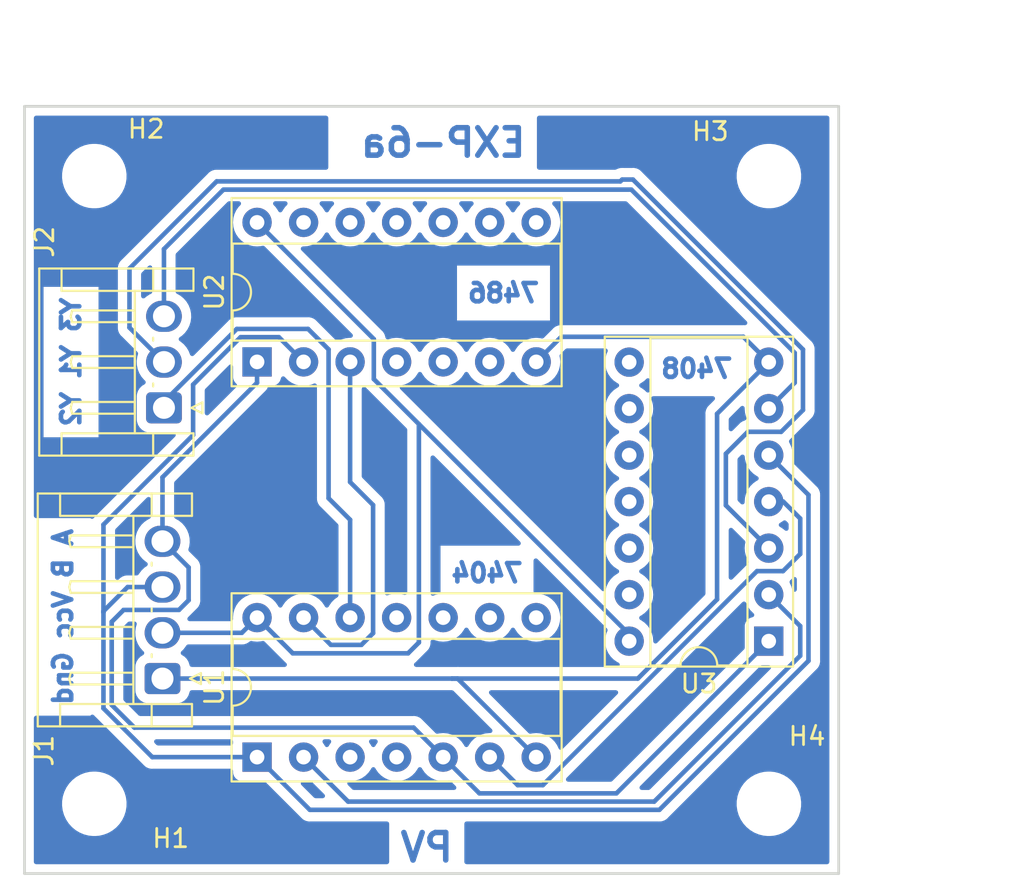
<source format=kicad_pcb>
(kicad_pcb (version 20211014) (generator pcbnew)
  (layers (0 "F.Cu" signal) (31 "B.Cu" signal) (34 "B.Paste" user) (35 "F.Paste" user) (36 "B.SilkS" user "B.Silkscreen") (37 "F.SilkS" user "F.Silkscreen") (38 "B.Mask" user) (39 "F.Mask" user) (44 "Edge.Cuts" user))
  (net 0 "")
  (net 1 "GND")
  (net 2 "VCC")
  (net 3 "B")
  (net 4 "A")
  (net 5 "Y2")
  (net 6 "Y1")
  (net 7 "Y3")
  (net 8 "Net-(U1-Pad6)")
  (net 9 "Net-(U1-Pad2)")
  (net 10 "Net-(U1-Pad13)")
  (footprint "Connector_JST:JST_EH_S4B-EH_1x04_P2.50mm_Horizontal" (layer "F.Cu") (at 126.9125 107.46 90)
    (fp_text reference "J1" (at -3.94 -6.4725 90) (layer "F.SilkS"))
    (fp_text value "A B Vcc Gnd" (at 3.37 -5.4325 90) (layer "B.Cu") (effects (font (thickness 0.25)) (justify mirror)))
    (fp_line (start 7.82 -5.01) (end 7.82 -1.59) (layer "F.SilkS") (width 0.12))
    (fp_line (start 2.18 -5.01) (end 2.5 -5.09) (layer "F.SilkS") (width 0.12))
    (fp_line (start 7.82 -1.59) (end 7.5 -1.59) (layer "F.SilkS") (width 0.12))
    (fp_line (start 7.5 -1.59) (end 7.18 -1.59) (layer "F.SilkS") (width 0.12))
    (fp_line (start 8.89 -5.59) (end 8.89 -0.59) (layer "F.SilkS") (width 0.12))
    (fp_line (start 3.67 -0.59) (end 3.83 -0.59) (layer "F.SilkS") (width 0.12))
    (fp_line (start 10.11 -5.59) (end 8.89 -5.59) (layer "F.SilkS") (width 0.12))
    (fp_line (start 5 -5.09) (end 5.32 -5.01) (layer "F.SilkS") (width 0.12))
    (fp_line (start 0 1.5) (end -0.3 2.1) (layer "F.SilkS") (width 0.12))
    (fp_line (start -1.39 -5.59) (end -1.39 -0.59) (layer "F.SilkS") (width 0.12))
    (fp_line (start 10.11 -6.81) (end 10.11 1.61) (layer "F.SilkS") (width 0.12))
    (fp_line (start 0 -5.09) (end 0.32 -5.01) (layer "F.SilkS") (width 0.12))
    (fp_line (start 2.18 -1.59) (end 2.18 -5.01) (layer "F.SilkS") (width 0.12))
    (fp_line (start -0.32 -1.59) (end -0.32 -5.01) (layer "F.SilkS") (width 0.12))
    (fp_line (start -1.39 -0.59) (end -1.39 1.61) (layer "F.SilkS") (width 0.12))
    (fp_line (start 0.3 2.1) (end 0 1.5) (layer "F.SilkS") (width 0.12))
    (fp_line (start 8.89 1.61) (end 8.89 -0.59) (layer "F.SilkS") (width 0.12))
    (fp_line (start 7.18 -1.59) (end 7.18 -5.01) (layer "F.SilkS") (width 0.12))
    (fp_line (start 7.5 -5.09) (end 7.82 -5.01) (layer "F.SilkS") (width 0.12))
    (fp_line (start -2.61 -5.59) (end -1.39 -5.59) (layer "F.SilkS") (width 0.12))
    (fp_line (start -0.3 2.1) (end 0.3 2.1) (layer "F.SilkS") (width 0.12))
    (fp_line (start 4.68 -5.01) (end 5 -5.09) (layer "F.SilkS") (width 0.12))
    (fp_line (start 6.17 -0.59) (end 6.33 -0.59) (layer "F.SilkS") (width 0.12))
    (fp_line (start 10.11 1.61) (end 8.89 1.61) (layer "F.SilkS") (width 0.12))
    (fp_line (start 0.32 -1.59) (end 0 -1.59) (layer "F.SilkS") (width 0.12))
    (fp_line (start 5 -1.59) (end 4.68 -1.59) (layer "F.SilkS") (width 0.12))
    (fp_line (start 5.32 -1.59) (end 5 -1.59) (layer "F.SilkS") (width 0.12))
    (fp_line (start 2.82 -5.01) (end 2.82 -1.59) (layer "F.SilkS") (width 0.12))
    (fp_line (start 2.5 -5.09) (end 2.82 -5.01) (layer "F.SilkS") (width 0.12))
    (fp_line (start 0 -1.59) (end -0.32 -1.59) (layer "F.SilkS") (width 0.12))
    (fp_line (start 1.17 -0.59) (end 1.33 -0.59) (layer "F.SilkS") (width 0.12))
    (fp_line (start -2.61 -6.81) (end 10.11 -6.81) (layer "F.SilkS") (width 0.12))
    (fp_line (start 4.68 -1.59) (end 4.68 -5.01) (layer "F.SilkS") (width 0.12))
    (fp_line (start 2.82 -1.59) (end 2.5 -1.59) (layer "F.SilkS") (width 0.12))
    (fp_line (start 2.5 -1.59) (end 2.18 -1.59) (layer "F.SilkS") (width 0.12))
    (fp_line (start -2.61 1.61) (end -2.61 -6.81) (layer "F.SilkS") (width 0.12))
    (fp_line (start 5.32 -5.01) (end 5.32 -1.59) (layer "F.SilkS") (width 0.12))
    (fp_line (start -1.39 1.61) (end -2.61 1.61) (layer "F.SilkS") (width 0.12))
    (fp_line (start 0.32 -5.01) (end 0.32 -1.59) (layer "F.SilkS") (width 0.12))
    (fp_line (start -1.39 -0.59) (end -2.61 -0.59) (layer "F.SilkS") (width 0.12))
    (fp_line (start -0.32 -5.01) (end 0 -5.09) (layer "F.SilkS") (width 0.12))
    (fp_line (start 8.89 -0.59) (end 10.11 -0.59) (layer "F.SilkS") (width 0.12))
    (fp_line (start 7.18 -5.01) (end 7.5 -5.09) (layer "F.SilkS") (width 0.12))
    (fp_line (start -1.39 -1.59) (end 8.89 -1.59) (layer "F.SilkS") (width 0.12))
    (pad "1" thru_hole roundrect (at 0 0 90) (size 1.7 1.95) (drill 1.2) (layers *.Cu *.Mask) (roundrect_rratio 0.1470588235) (net 1 "GND"))
    (pad "2" thru_hole oval (at 2.5 0 90) (size 1.7 1.95) (drill 1.2) (layers *.Cu *.Mask) (net 2 "VCC"))
    (pad "3" thru_hole oval (at 5 0 90) (size 1.7 1.95) (drill 1.2) (layers *.Cu *.Mask) (net 3 "B"))
    (pad "4" thru_hole oval (at 7.5 0 90) (size 1.7 1.95) (drill 1.2) (layers *.Cu *.Mask) (net 4 "A"))
  )
  (footprint "MountingHole:MountingHole_2.5mm" (layer "F.Cu") (at 160.02 114.3)
    (fp_text reference "H4" (at 2.08 -3.69) (layer "F.SilkS"))
    (fp_text value "MountingHole")
    (pad "" np_thru_hole circle (at 0 0) (size 2.5 2.5) (drill 2.5) (layers *.Cu *.Mask))
  )
  (footprint "MountingHole:MountingHole_2.5mm" (layer "F.Cu") (at 160.02 80.01)
    (fp_text reference "H3" (at -3.2 -2.44) (layer "F.SilkS"))
    (fp_text value "MountingHole")
    (pad "" np_thru_hole circle (at 0 0) (size 2.5 2.5) (drill 2.5) (layers *.Cu *.Mask))
  )
  (footprint "Package_DIP:DIP-14_W7.62mm_Socket" (layer "F.Cu") (at 132.075 111.75 90)
    (fp_text reference "U1" (at 3.81 -2.33 90) (layer "F.SilkS"))
    (fp_text value "7404" (at 10.05 12.555 180) (layer "B.Cu") (effects (font (thickness 0.25)) (justify mirror)))
    (fp_line (start 1.16 16.57) (end 6.46 16.57) (layer "F.SilkS") (width 0.12))
    (fp_line (start 8.95 16.63) (end 8.95 -1.39) (layer "F.SilkS") (width 0.12))
    (fp_line (start 8.95 -1.39) (end -1.33 -1.39) (layer "F.SilkS") (width 0.12))
    (fp_line (start 6.46 -1.33) (end 4.81 -1.33) (layer "F.SilkS") (width 0.12))
    (fp_line (start 2.81 -1.33) (end 1.16 -1.33) (layer "F.SilkS") (width 0.12))
    (fp_line (start 6.46 16.57) (end 6.46 -1.33) (layer "F.SilkS") (width 0.12))
    (fp_line (start -1.33 16.63) (end 8.95 16.63) (layer "F.SilkS") (width 0.12))
    (fp_line (start -1.33 -1.39) (end -1.33 16.63) (layer "F.SilkS") (width 0.12))
    (fp_line (start 1.16 -1.33) (end 1.16 16.57) (layer "F.SilkS") (width 0.12))
    (fp_arc (start 4.81 -1.33) (mid 3.81 -0.33) (end 2.81 -1.33) (layer "F.SilkS") (width 0.12))
    (pad "1" thru_hole rect (at 0 0 90) (size 1.6 1.6) (drill 0.8) (layers *.Cu *.Mask) (net 3 "B"))
    (pad "2" thru_hole oval (at 0 2.54 90) (size 1.6 1.6) (drill 0.8) (layers *.Cu *.Mask) (net 9 "Net-(U1-Pad2)"))
    (pad "3" thru_hole oval (at 0 5.08 90) (size 1.6 1.6) (drill 0.8) (layers *.Cu *.Mask))
    (pad "4" thru_hole oval (at 0 7.62 90) (size 1.6 1.6) (drill 0.8) (layers *.Cu *.Mask))
    (pad "5" thru_hole oval (at 0 10.16 90) (size 1.6 1.6) (drill 0.8) (layers *.Cu *.Mask) (net 4 "A"))
    (pad "6" thru_hole oval (at 0 12.7 90) (size 1.6 1.6) (drill 0.8) (layers *.Cu *.Mask) (net 8 "Net-(U1-Pad6)"))
    (pad "7" thru_hole oval (at 0 15.24 90) (size 1.6 1.6) (drill 0.8) (layers *.Cu *.Mask) (net 1 "GND"))
    (pad "8" thru_hole oval (at 7.62 15.24 90) (size 1.6 1.6) (drill 0.8) (layers *.Cu *.Mask))
    (pad "9" thru_hole oval (at 7.62 12.7 90) (size 1.6 1.6) (drill 0.8) (layers *.Cu *.Mask))
    (pad "10" thru_hole oval (at 7.62 10.16 90) (size 1.6 1.6) (drill 0.8) (layers *.Cu *.Mask))
    (pad "11" thru_hole oval (at 7.62 7.62 90) (size 1.6 1.6) (drill 0.8) (layers *.Cu *.Mask))
    (pad "12" thru_hole oval (at 7.62 5.08 90) (size 1.6 1.6) (drill 0.8) (layers *.Cu *.Mask) (net 5 "Y2"))
    (pad "13" thru_hole oval (at 7.62 2.54 90) (size 1.6 1.6) (drill 0.8) (layers *.Cu *.Mask) (net 10 "Net-(U1-Pad13)"))
    (pad "14" thru_hole oval (at 7.62 0 90) (size 1.6 1.6) (drill 0.8) (layers *.Cu *.Mask) (net 2 "VCC"))
  )
  (footprint "MountingHole:MountingHole_2.5mm" (layer "F.Cu") (at 123.19 80.01)
    (fp_text reference "H2" (at 2.83 -2.57) (layer "F.SilkS"))
    (fp_text value "MountingHole")
    (pad "" np_thru_hole circle (at 0 0) (size 2.5 2.5) (drill 2.5) (layers *.Cu *.Mask))
  )
  (footprint "Package_DIP:DIP-14_W7.62mm_Socket" (layer "F.Cu") (at 160.01 105.415 180)
    (fp_text reference "U3" (at 3.81 -2.33) (layer "F.SilkS"))
    (fp_text value "7408" (at 3.93 14.885) (layer "B.Cu") (effects (font (thickness 0.25)) (justify mirror)))
    (fp_line (start 1.16 -1.33) (end 1.16 16.57) (layer "F.SilkS") (width 0.12))
    (fp_line (start 2.81 -1.33) (end 1.16 -1.33) (layer "F.SilkS") (width 0.12))
    (fp_line (start -1.33 16.63) (end 8.95 16.63) (layer "F.SilkS") (width 0.12))
    (fp_line (start 6.46 16.57) (end 6.46 -1.33) (layer "F.SilkS") (width 0.12))
    (fp_line (start 1.16 16.57) (end 6.46 16.57) (layer "F.SilkS") (width 0.12))
    (fp_line (start 8.95 -1.39) (end -1.33 -1.39) (layer "F.SilkS") (width 0.12))
    (fp_line (start -1.33 -1.39) (end -1.33 16.63) (layer "F.SilkS") (width 0.12))
    (fp_line (start 8.95 16.63) (end 8.95 -1.39) (layer "F.SilkS") (width 0.12))
    (fp_line (start 6.46 -1.33) (end 4.81 -1.33) (layer "F.SilkS") (width 0.12))
    (fp_arc (start 4.81 -1.33) (mid 3.81 -0.33) (end 2.81 -1.33) (layer "F.SilkS") (width 0.12))
    (pad "1" thru_hole rect (at 0 0 180) (size 1.6 1.6) (drill 0.8) (layers *.Cu *.Mask) (net 4 "A"))
    (pad "2" thru_hole oval (at 0 2.54 180) (size 1.6 1.6) (drill 0.8) (layers *.Cu *.Mask) (net 9 "Net-(U1-Pad2)"))
    (pad "3" thru_hole oval (at 0 5.08 180) (size 1.6 1.6) (drill 0.8) (layers *.Cu *.Mask) (net 6 "Y1"))
    (pad "4" thru_hole oval (at 0 7.62 180) (size 1.6 1.6) (drill 0.8) (layers *.Cu *.Mask) (net 8 "Net-(U1-Pad6)"))
    (pad "5" thru_hole oval (at 0 10.16 180) (size 1.6 1.6) (drill 0.8) (layers *.Cu *.Mask) (net 3 "B"))
    (pad "6" thru_hole oval (at 0 12.7 180) (size 1.6 1.6) (drill 0.8) (layers *.Cu *.Mask) (net 7 "Y3"))
    (pad "7" thru_hole oval (at 0 15.24 180) (size 1.6 1.6) (drill 0.8) (layers *.Cu *.Mask) (net 1 "GND"))
    (pad "8" thru_hole oval (at 7.62 15.24 180) (size 1.6 1.6) (drill 0.8) (layers *.Cu *.Mask))
    (pad "9" thru_hole oval (at 7.62 12.7 180) (size 1.6 1.6) (drill 0.8) (layers *.Cu *.Mask))
    (pad "10" thru_hole oval (at 7.62 10.16 180) (size 1.6 1.6) (drill 0.8) (layers *.Cu *.Mask))
    (pad "11" thru_hole oval (at 7.62 7.62 180) (size 1.6 1.6) (drill 0.8) (layers *.Cu *.Mask))
    (pad "12" thru_hole oval (at 7.62 5.08 180) (size 1.6 1.6) (drill 0.8) (layers *.Cu *.Mask))
    (pad "13" thru_hole oval (at 7.62 2.54 180) (size 1.6 1.6) (drill 0.8) (layers *.Cu *.Mask))
    (pad "14" thru_hole oval (at 7.62 0 180) (size 1.6 1.6) (drill 0.8) (layers *.Cu *.Mask) (net 2 "VCC"))
  )
  (footprint "MountingHole:MountingHole_2.5mm" (layer "F.Cu") (at 123.19 114.3)
    (fp_text reference "H1" (at 4.17 1.89) (layer "F.SilkS"))
    (fp_text value "MountingHole")
    (pad "" np_thru_hole circle (at 0 0) (size 2.5 2.5) (drill 2.5) (layers *.Cu *.Mask))
  )
  (footprint "Package_DIP:DIP-14_W7.62mm_Socket" (layer "F.Cu") (at 132.075 90.16 90)
    (fp_text reference "U2" (at 3.81 -2.33 90) (layer "F.SilkS"))
    (fp_text value "7486" (at 3.76 13.455 180) (layer "B.Cu") (effects (font (thickness 0.25)) (justify mirror)))
    (fp_line (start 8.95 16.63) (end 8.95 -1.39) (layer "F.SilkS") (width 0.12))
    (fp_line (start 1.16 -1.33) (end 1.16 16.57) (layer "F.SilkS") (width 0.12))
    (fp_line (start 2.81 -1.33) (end 1.16 -1.33) (layer "F.SilkS") (width 0.12))
    (fp_line (start 8.95 -1.39) (end -1.33 -1.39) (layer "F.SilkS") (width 0.12))
    (fp_line (start -1.33 16.63) (end 8.95 16.63) (layer "F.SilkS") (width 0.12))
    (fp_line (start 6.46 16.57) (end 6.46 -1.33) (layer "F.SilkS") (width 0.12))
    (fp_line (start 6.46 -1.33) (end 4.81 -1.33) (layer "F.SilkS") (width 0.12))
    (fp_line (start -1.33 -1.39) (end -1.33 16.63) (layer "F.SilkS") (width 0.12))
    (fp_line (start 1.16 16.57) (end 6.46 16.57) (layer "F.SilkS") (width 0.12))
    (fp_arc (start 4.81 -1.33) (mid 3.81 -0.33) (end 2.81 -1.33) (layer "F.SilkS") (width 0.12))
    (pad "1" thru_hole rect (at 0 0 90) (size 1.6 1.6) (drill 0.8) (layers *.Cu *.Mask) (net 4 "A"))
    (pad "2" thru_hole oval (at 0 2.54 90) (size 1.6 1.6) (drill 0.8) (layers *.Cu *.Mask) (net 3 "B"))
    (pad "3" thru_hole oval (at 0 5.08 90) (size 1.6 1.6) (drill 0.8) (layers *.Cu *.Mask) (net 10 "Net-(U1-Pad13)"))
    (pad "4" thru_hole oval (at 0 7.62 90) (size 1.6 1.6) (drill 0.8) (layers *.Cu *.Mask))
    (pad "5" thru_hole oval (at 0 10.16 90) (size 1.6 1.6) (drill 0.8) (layers *.Cu *.Mask))
    (pad "6" thru_hole oval (at 0 12.7 90) (size 1.6 1.6) (drill 0.8) (layers *.Cu *.Mask))
    (pad "7" thru_hole oval (at 0 15.24 90) (size 1.6 1.6) (drill 0.8) (layers *.Cu *.Mask) (net 1 "GND"))
    (pad "8" thru_hole oval (at 7.62 15.24 90) (size 1.6 1.6) (drill 0.8) (layers *.Cu *.Mask))
    (pad "9" thru_hole oval (at 7.62 12.7 90) (size 1.6 1.6) (drill 0.8) (layers *.Cu *.Mask))
    (pad "10" thru_hole oval (at 7.62 10.16 90) (size 1.6 1.6) (drill 0.8) (layers *.Cu *.Mask))
    (pad "11" thru_hole oval (at 7.62 7.62 90) (size 1.6 1.6) (drill 0.8) (layers *.Cu *.Mask))
    (pad "12" thru_hole oval (at 7.62 5.08 90) (size 1.6 1.6) (drill 0.8) (layers *.Cu *.Mask))
    (pad "13" thru_hole oval (at 7.62 2.54 90) (size 1.6 1.6) (drill 0.8) (layers *.Cu *.Mask))
    (pad "14" thru_hole oval (at 7.62 0 90) (size 1.6 1.6) (drill 0.8) (layers *.Cu *.Mask) (net 2 "VCC"))
  )
  (footprint "Connector_JST:JST_EH_S3B-EH_1x03_P2.50mm_Horizontal" (layer "F.Cu") (at 126.9925 92.67 90)
    (fp_text reference "J2" (at 9.07 -6.5225 90) (layer "F.SilkS"))
    (fp_text value "Y3 Y1 Y2" (at 2.5 -5.0725 270) (layer "B.Cu") (effects (font (thickness 0.25)) (justify mirror)))
    (fp_line (start 0 -5.09) (end 0.32 -5.01) (layer "F.SilkS") (width 0.12))
    (fp_line (start 0.32 -1.59) (end 0 -1.59) (layer "F.SilkS") (width 0.12))
    (fp_line (start 6.39 -5.59) (end 6.39 -0.59) (layer "F.SilkS") (width 0.12))
    (fp_line (start -2.61 -5.59) (end -1.39 -5.59) (layer "F.SilkS") (width 0.12))
    (fp_line (start 2.82 -1.59) (end 2.5 -1.59) (layer "F.SilkS") (width 0.12))
    (fp_line (start -1.39 -5.59) (end -1.39 -0.59) (layer "F.SilkS") (width 0.12))
    (fp_line (start 5.32 -5.01) (end 5.32 -1.59) (layer "F.SilkS") (width 0.12))
    (fp_line (start -1.39 -0.59) (end -1.39 1.61) (layer "F.SilkS") (width 0.12))
    (fp_line (start 2.18 -1.59) (end 2.18 -5.01) (layer "F.SilkS") (width 0.12))
    (fp_line (start 0 1.5) (end -0.3 2.1) (layer "F.SilkS") (width 0.12))
    (fp_line (start 6.39 -0.59) (end 7.61 -0.59) (layer "F.SilkS") (width 0.12))
    (fp_line (start 6.39 1.61) (end 6.39 -0.59) (layer "F.SilkS") (width 0.12))
    (fp_line (start -0.32 -5.01) (end 0 -5.09) (layer "F.SilkS") (width 0.12))
    (fp_line (start 7.61 1.61) (end 6.39 1.61) (layer "F.SilkS") (width 0.12))
    (fp_line (start 4.68 -1.59) (end 4.68 -5.01) (layer "F.SilkS") (width 0.12))
    (fp_line (start 2.18 -5.01) (end 2.5 -5.09) (layer "F.SilkS") (width 0.12))
    (fp_line (start -2.61 1.61) (end -2.61 -6.81) (layer "F.SilkS") (width 0.12))
    (fp_line (start -2.61 -6.81) (end 7.61 -6.81) (layer "F.SilkS") (width 0.12))
    (fp_line (start 2.5 -1.59) (end 2.18 -1.59) (layer "F.SilkS") (width 0.12))
    (fp_line (start 0 -1.59) (end -0.32 -1.59) (layer "F.SilkS") (width 0.12))
    (fp_line (start -1.39 -1.59) (end 6.39 -1.59) (layer "F.SilkS") (width 0.12))
    (fp_line (start 5 -5.09) (end 5.32 -5.01) (layer "F.SilkS") (width 0.12))
    (fp_line (start 5 -1.59) (end 4.68 -1.59) (layer "F.SilkS") (width 0.12))
    (fp_line (start 4.68 -5.01) (end 5 -5.09) (layer "F.SilkS") (width 0.12))
    (fp_line (start 0.3 2.1) (end 0 1.5) (layer "F.SilkS") (width 0.12))
    (fp_line (start 5.32 -1.59) (end 5 -1.59) (layer "F.SilkS") (width 0.12))
    (fp_line (start 1.17 -0.59) (end 1.33 -0.59) (layer "F.SilkS") (width 0.12))
    (fp_line (start 3.67 -0.59) (end 3.83 -0.59) (layer "F.SilkS") (width 0.12))
    (fp_line (start 2.5 -5.09) (end 2.82 -5.01) (layer "F.SilkS") (width 0.12))
    (fp_line (start 0.32 -5.01) (end 0.32 -1.59) (layer "F.SilkS") (width 0.12))
    (fp_line (start 2.82 -5.01) (end 2.82 -1.59) (layer "F.SilkS") (width 0.12))
    (fp_line (start -1.39 -0.59) (end -2.61 -0.59) (layer "F.SilkS") (width 0.12))
    (fp_line (start -1.39 1.61) (end -2.61 1.61) (layer "F.SilkS") (width 0.12))
    (fp_line (start 7.61 -5.59) (end 6.39 -5.59) (layer "F.SilkS") (width 0.12))
    (fp_line (start 7.61 -6.81) (end 7.61 1.61) (layer "F.SilkS") (width 0.12))
    (fp_line (start -0.3 2.1) (end 0.3 2.1) (layer "F.SilkS") (width 0.12))
    (fp_line (start -0.32 -1.59) (end -0.32 -5.01) (layer "F.SilkS") (width 0.12))
    (pad "1" thru_hole roundrect (at 0 0 90) (size 1.7 1.95) (drill 1.2) (layers *.Cu *.Mask) (roundrect_rratio 0.1470588235) (net 5 "Y2"))
    (pad "2" thru_hole oval (at 2.5 0 90) (size 1.7 1.95) (drill 1.2) (layers *.Cu *.Mask) (net 6 "Y1"))
    (pad "3" thru_hole oval (at 5 0 90) (size 1.7 1.95) (drill 1.2) (layers *.Cu *.Mask) (net 7 "Y3"))
  )
  (gr_line (start 119.38 76.2) (end 163.83 76.2) (layer "Edge.Cuts") (width 0.15))
  (gr_line (start 163.83 118.11) (end 119.38 118.11) (layer "Edge.Cuts") (width 0.15))
  (gr_line (start 163.83 76.2) (end 163.83 118.11) (layer "Edge.Cuts") (width 0.15))
  (gr_line (start 119.38 118.11) (end 119.38 76.2) (layer "Edge.Cuts") (width 0.15))
  (gr_text "EXP-6a " (at 141.66 78.19) (layer "B.Cu") (effects (font (size 1.5 1.5) (thickness 0.3)) (justify mirror)))
  (gr_text "PV" (at 141.34 116.69) (layer "B.Cu") (effects (font (size 1.5 1.5) (thickness 0.3)) (justify mirror)))
  (segment (start 152.863604 107.46) (end 157.19 103.133604) (width 0.25) (layer "B.Cu") (net 1))
  (segment (start 142.71 107.46) (end 152.863604 107.46) (width 0.25) (layer "B.Cu") (net 1))
  (segment (start 147.315 90.16) (end 148.685 88.79) (width 0.25) (layer "B.Cu") (net 1))
  (segment (start 143.025 107.46) (end 147.315 111.75) (width 0.25) (layer "B.Cu") (net 1))
  (segment (start 148.685 88.79) (end 158.625 88.79) (width 0.25) (layer "B.Cu") (net 1))
  (segment (start 157.19 92.995) (end 160.01 90.175) (width 0.25) (layer "B.Cu") (net 1))
  (segment (start 142.71 107.46) (end 143.025 107.46) (width 0.25) (layer "B.Cu") (net 1))
  (segment (start 158.625 88.79) (end 160.01 90.175) (width 0.25) (layer "B.Cu") (net 1))
  (segment (start 126.9125 107.46) (end 142.71 107.46) (width 0.25) (layer "B.Cu") (net 1))
  (segment (start 157.19 103.133604) (end 157.19 92.995) (width 0.25) (layer "B.Cu") (net 1))
  (segment (start 140.91 105.49) (end 140.91 93.56) (width 0.25) (layer "B.Cu") (net 2))
  (segment (start 131.245 104.96) (end 132.075 104.13) (width 0.25) (layer "B.Cu") (net 2))
  (segment (start 140.91 93.56) (end 152.39 105.04) (width 0.25) (layer "B.Cu") (net 2))
  (segment (start 140.32 106.08) (end 140.91 105.49) (width 0.25) (layer "B.Cu") (net 2))
  (segment (start 138.45 88.915) (end 132.075 82.54) (width 0.25) (layer "B.Cu") (net 2))
  (segment (start 140.91 93.56) (end 138.45 91.1) (width 0.25) (layer "B.Cu") (net 2))
  (segment (start 134.025 106.08) (end 132.075 104.13) (width 0.25) (layer "B.Cu") (net 2))
  (segment (start 152.39 105.04) (end 152.39 105.415) (width 0.25) (layer "B.Cu") (net 2))
  (segment (start 138.45 91.1) (end 138.45 88.915) (width 0.25) (layer "B.Cu") (net 2))
  (segment (start 134.025 106.08) (end 140.32 106.08) (width 0.25) (layer "B.Cu") (net 2))
  (segment (start 126.9125 104.96) (end 131.245 104.96) (width 0.25) (layer "B.Cu") (net 2))
  (segment (start 123.69 103.78) (end 123.69 103.84) (width 0.25) (layer "B.Cu") (net 3))
  (segment (start 128.583233 91.403165) (end 131.176398 88.81) (width 0.25) (layer "B.Cu") (net 3))
  (segment (start 132.075 111.75) (end 134.955 114.63) (width 0.25) (layer "B.Cu") (net 3))
  (segment (start 125.01 102.46) (end 123.69 103.78) (width 0.25) (layer "B.Cu") (net 3))
  (segment (start 131.176398 88.81) (end 133.265 88.81) (width 0.25) (layer "B.Cu") (net 3))
  (segment (start 162.18 106.49) (end 162.18 97.425) (width 0.25) (layer "B.Cu") (net 3))
  (segment (start 132.075 111.75) (end 126.353604 111.75) (width 0.25) (layer "B.Cu") (net 3))
  (segment (start 126.353604 111.75) (end 123.69 109.086396) (width 0.25) (layer "B.Cu") (net 3))
  (segment (start 128.583233 94.156767) (end 128.583233 91.403165) (width 0.25) (layer "B.Cu") (net 3))
  (segment (start 123.69 103.84) (end 123.69 99.05) (width 0.25) (layer "B.Cu") (net 3))
  (segment (start 133.265 88.81) (end 134.615 90.16) (width 0.25) (layer "B.Cu") (net 3))
  (segment (start 123.69 99.05) (end 128.583233 94.156767) (width 0.25) (layer "B.Cu") (net 3))
  (segment (start 134.955 114.63) (end 154.04 114.63) (width 0.25) (layer "B.Cu") (net 3))
  (segment (start 126.9125 102.46) (end 125.01 102.46) (width 0.25) (layer "B.Cu") (net 3))
  (segment (start 162.18 97.425) (end 160.01 95.255) (width 0.25) (layer "B.Cu") (net 3))
  (segment (start 123.69 109.086396) (end 123.69 103.84) (width 0.25) (layer "B.Cu") (net 3))
  (segment (start 154.04 114.63) (end 162.18 106.49) (width 0.25) (layer "B.Cu") (net 3))
  (segment (start 124.14 104.36) (end 124.79 103.71) (width 0.25) (layer "B.Cu") (net 4))
  (segment (start 128.34 103.18) (end 128.34 101.3875) (width 0.25) (layer "B.Cu") (net 4))
  (segment (start 124.79 103.71) (end 127.81 103.71) (width 0.25) (layer "B.Cu") (net 4))
  (segment (start 144.215 113.73) (end 151.695 113.73) (width 0.25) (layer "B.Cu") (net 4))
  (segment (start 126.9125 99.96) (end 126.9125 96.463896) (width 0.25) (layer "B.Cu") (net 4))
  (segment (start 151.695 113.73) (end 160.01 105.415) (width 0.25) (layer "B.Cu") (net 4))
  (segment (start 124.14 108.9) (end 124.14 104.36) (width 0.25) (layer "B.Cu") (net 4))
  (segment (start 126.9125 96.463896) (end 132.075 91.301396) (width 0.25) (layer "B.Cu") (net 4))
  (segment (start 132.075 91.301396) (end 132.075 90.16) (width 0.25) (layer "B.Cu") (net 4))
  (segment (start 142.235 111.75) (end 144.215 113.73) (width 0.25) (layer "B.Cu") (net 4))
  (segment (start 125.38 110.14) (end 124.14 108.9) (width 0.25) (layer "B.Cu") (net 4))
  (segment (start 142.235 111.75) (end 140.625 110.14) (width 0.25) (layer "B.Cu") (net 4))
  (segment (start 128.34 101.3875) (end 126.9125 99.96) (width 0.25) (layer "B.Cu") (net 4))
  (segment (start 127.81 103.71) (end 128.34 103.18) (width 0.25) (layer "B.Cu") (net 4))
  (segment (start 140.625 110.14) (end 125.38 110.14) (width 0.25) (layer "B.Cu") (net 4))
  (segment (start 137.155 98.785) (end 135.98 97.61) (width 0.25) (layer "B.Cu") (net 5))
  (segment (start 134.86 88.36) (end 130.97 88.36) (width 0.25) (layer "B.Cu") (net 5))
  (segment (start 135.98 97.61) (end 135.98 89.48) (width 0.25) (layer "B.Cu") (net 5))
  (segment (start 130.97 88.36) (end 126.9925 92.3375) (width 0.25) (layer "B.Cu") (net 5))
  (segment (start 135.98 89.48) (end 134.86 88.36) (width 0.25) (layer "B.Cu") (net 5))
  (segment (start 126.9925 92.3375) (end 126.9925 92.67) (width 0.25) (layer "B.Cu") (net 5))
  (segment (start 137.155 104.13) (end 137.155 98.785) (width 0.25) (layer "B.Cu") (net 5))
  (segment (start 125.11 85.06) (end 129.87 80.3) (width 0.25) (layer "B.Cu") (net 6))
  (segment (start 126.9925 90.17) (end 125.11 88.2875) (width 0.25) (layer "B.Cu") (net 6))
  (segment (start 158.87 93.98) (end 157.67 95.18) (width 0.25) (layer "B.Cu") (net 6))
  (segment (start 157.67 95.18) (end 157.67 97.995) (width 0.25) (layer "B.Cu") (net 6))
  (segment (start 125.11 88.2875) (end 125.11 85.06) (width 0.25) (layer "B.Cu") (net 6))
  (segment (start 129.87 80.3) (end 151.91 80.3) (width 0.25) (layer "B.Cu") (net 6))
  (segment (start 161.88 92.79) (end 160.69 93.98) (width 0.25) (layer "B.Cu") (net 6))
  (segment (start 152.01 80.2) (end 152.596396 80.2) (width 0.25) (layer "B.Cu") (net 6))
  (segment (start 157.67 97.995) (end 160.01 100.335) (width 0.25) (layer "B.Cu") (net 6))
  (segment (start 151.91 80.3) (end 152.01 80.2) (width 0.25) (layer "B.Cu") (net 6))
  (segment (start 152.596396 80.2) (end 161.88 89.483604) (width 0.25) (layer "B.Cu") (net 6))
  (segment (start 160.69 93.98) (end 158.87 93.98) (width 0.25) (layer "B.Cu") (net 6))
  (segment (start 161.88 89.483604) (end 161.88 92.79) (width 0.25) (layer "B.Cu") (net 6))
  (segment (start 126.9925 87.67) (end 126.9925 83.9975) (width 0.25) (layer "B.Cu") (net 7))
  (segment (start 152.51 80.75) (end 161.43 89.67) (width 0.25) (layer "B.Cu") (net 7))
  (segment (start 161.43 91.295) (end 160.01 92.715) (width 0.25) (layer "B.Cu") (net 7))
  (segment (start 126.9925 83.9975) (end 130.24 80.75) (width 0.25) (layer "B.Cu") (net 7))
  (segment (start 161.43 89.67) (end 161.43 91.295) (width 0.25) (layer "B.Cu") (net 7))
  (segment (start 130.24 80.75) (end 152.51 80.75) (width 0.25) (layer "B.Cu") (net 7))
  (segment (start 144.775 111.75) (end 146.305 113.28) (width 0.25) (layer "B.Cu") (net 8))
  (segment (start 160.79 101.59) (end 161.73 100.65) (width 0.25) (layer "B.Cu") (net 8))
  (segment (start 159.37 101.59) (end 160.79 101.59) (width 0.25) (layer "B.Cu") (net 8))
  (segment (start 161.73 100.65) (end 161.73 98.72) (width 0.25) (layer "B.Cu") (net 8))
  (segment (start 147.68 113.28) (end 159.37 101.59) (width 0.25) (layer "B.Cu") (net 8))
  (segment (start 146.305 113.28) (end 147.68 113.28) (width 0.25) (layer "B.Cu") (net 8))
  (segment (start 160.805 97.795) (end 160.01 97.795) (width 0.25) (layer "B.Cu") (net 8))
  (segment (start 161.73 98.72) (end 160.805 97.795) (width 0.25) (layer "B.Cu") (net 8))
  (segment (start 137.045 114.18) (end 134.615 111.75) (width 0.25) (layer "B.Cu") (net 9))
  (segment (start 161.73 106.21) (end 153.76 114.18) (width 0.25) (layer "B.Cu") (net 9))
  (segment (start 160.01 102.875) (end 161.73 104.595) (width 0.25) (layer "B.Cu") (net 9))
  (segment (start 161.73 104.595) (end 161.73 106.21) (width 0.25) (layer "B.Cu") (net 9))
  (segment (start 153.76 114.18) (end 137.045 114.18) (width 0.25) (layer "B.Cu") (net 9))
  (segment (start 138.41 97.98) (end 138.41 104.98) (width 0.25) (layer "B.Cu") (net 10))
  (segment (start 137.155 90.16) (end 137.155 96.725) (width 0.25) (layer "B.Cu") (net 10))
  (segment (start 136.105 105.62) (end 134.615 104.13) (width 0.25) (layer "B.Cu") (net 10))
  (segment (start 138.41 104.98) (end 137.77 105.62) (width 0.25) (layer "B.Cu") (net 10))
  (segment (start 137.77 105.62) (end 136.105 105.62) (width 0.25) (layer "B.Cu") (net 10))
  (segment (start 137.155 96.725) (end 138.41 97.98) (width 0.25) (layer "B.Cu") (net 10))
  (zone (net 0) (net_name "") (layer "B.Cu") (connect_pads (clearance 0.508)) (min_thickness 0.254) (fill yes (thermal_gap 0.508) (thermal_bridge_width 0.508))
    (polygon (pts (xy 163.83 118.11) (xy 119.38 118.11) (xy 119.38 76.2) (xy 163.83 76.2)))
  )
)
</source>
